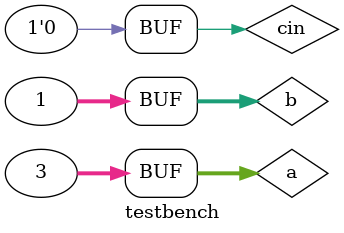
<source format=v>
`timescale 1ns / 1ps

module testbench;
    reg [31:0] a;
	reg [31:0] b;
	reg cin;
	wire [32:0] sum;
	wire cout;
	
	kogger_stone ks2(
	.a(a),
	.b(b),
	.cin(cin),
	.sum(sum),
	.cout(cout)
	);
	
	initial begin
	a=3;
	b=1;
	cin=0;
	end
	
endmodule

</source>
